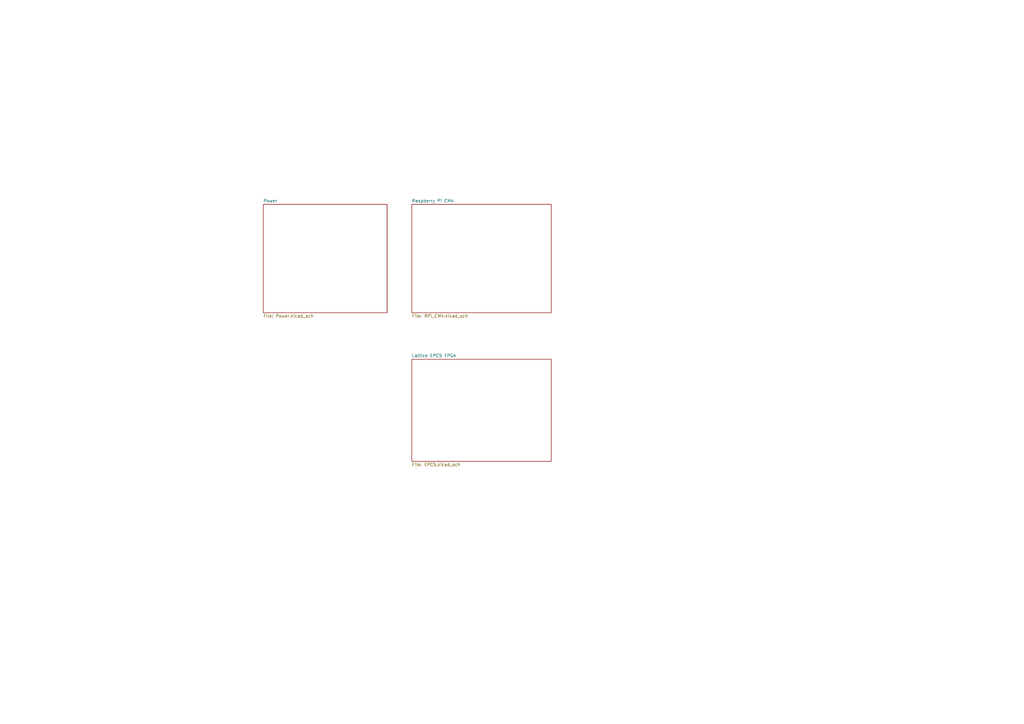
<source format=kicad_sch>
(kicad_sch
	(version 20231120)
	(generator "eeschema")
	(generator_version "8.0")
	(uuid "81226dee-3d7b-4df2-83b2-2f737809610c")
	(paper "A3")
	(lib_symbols)
	(sheet
		(at 168.91 83.82)
		(size 57.15 44.45)
		(fields_autoplaced yes)
		(stroke
			(width 0.1524)
			(type solid)
		)
		(fill
			(color 0 0 0 0.0000)
		)
		(uuid "48fccfc2-f415-4097-a488-93a0e44a1479")
		(property "Sheetname" "Raspberry Pi CM4"
			(at 168.91 83.1084 0)
			(effects
				(font
					(size 1.27 1.27)
				)
				(justify left bottom)
			)
		)
		(property "Sheetfile" "RPi_CM4.kicad_sch"
			(at 168.91 128.8546 0)
			(effects
				(font
					(size 1.27 1.27)
				)
				(justify left top)
			)
		)
		(instances
			(project "Rick_LiteX-CNC"
				(path "/81226dee-3d7b-4df2-83b2-2f737809610c"
					(page "2")
				)
			)
		)
	)
	(sheet
		(at 107.95 83.82)
		(size 50.8 44.45)
		(fields_autoplaced yes)
		(stroke
			(width 0.1524)
			(type solid)
		)
		(fill
			(color 0 0 0 0.0000)
		)
		(uuid "77759e91-2266-43d3-ac56-82b90f48aa4b")
		(property "Sheetname" "Power"
			(at 107.95 83.1084 0)
			(effects
				(font
					(size 1.27 1.27)
				)
				(justify left bottom)
			)
		)
		(property "Sheetfile" "Power.kicad_sch"
			(at 107.95 128.8546 0)
			(effects
				(font
					(size 1.27 1.27)
				)
				(justify left top)
			)
		)
		(instances
			(project "Rick_LiteX-CNC"
				(path "/81226dee-3d7b-4df2-83b2-2f737809610c"
					(page "4")
				)
			)
		)
	)
	(sheet
		(at 168.91 147.32)
		(size 57.15 41.91)
		(fields_autoplaced yes)
		(stroke
			(width 0.1524)
			(type solid)
		)
		(fill
			(color 0 0 0 0.0000)
		)
		(uuid "cb7599fd-24ef-4a94-9fbb-83b8fd70376f")
		(property "Sheetname" "Lattice EPC5 FPGA"
			(at 168.91 146.6084 0)
			(effects
				(font
					(size 1.27 1.27)
				)
				(justify left bottom)
			)
		)
		(property "Sheetfile" "EPC5.kicad_sch"
			(at 168.91 189.8146 0)
			(effects
				(font
					(size 1.27 1.27)
				)
				(justify left top)
			)
		)
		(instances
			(project "Rick_LiteX-CNC"
				(path "/81226dee-3d7b-4df2-83b2-2f737809610c"
					(page "3")
				)
			)
		)
	)
	(sheet_instances
		(path "/"
			(page "1")
		)
	)
)

</source>
